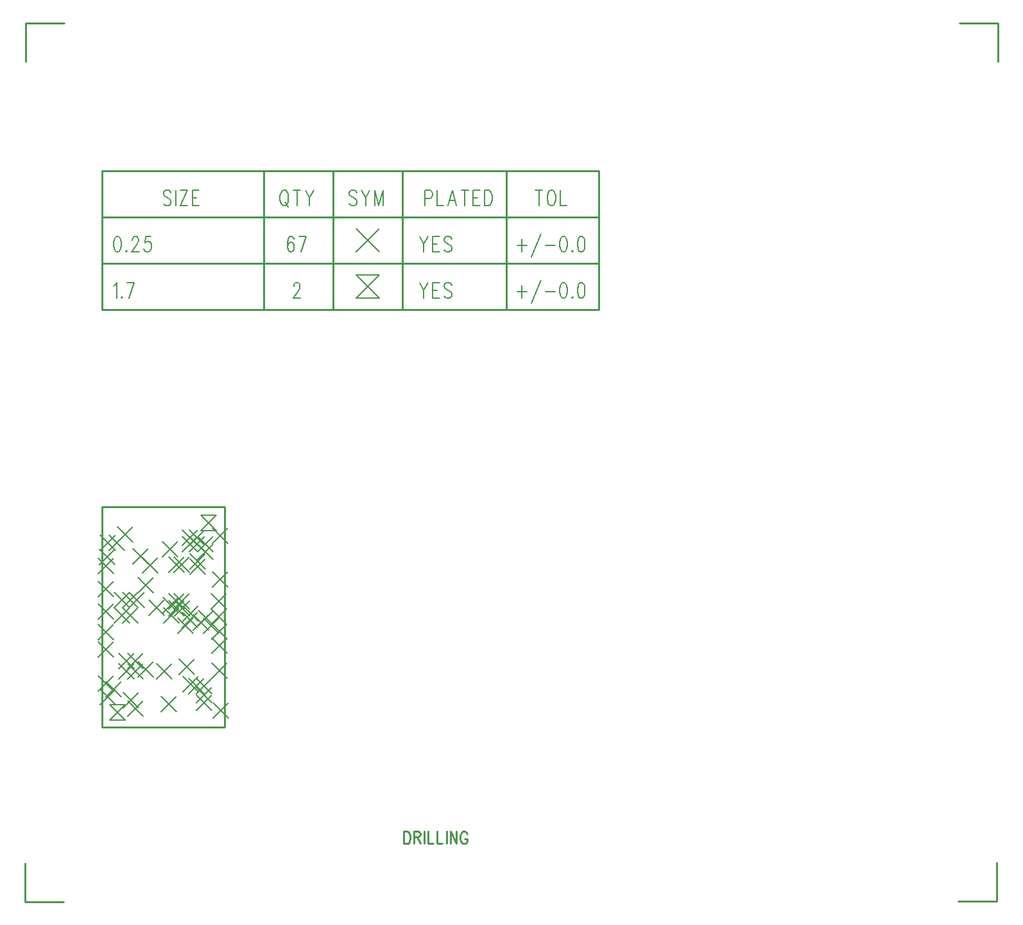
<source format=gbr>
*
*
G04 PADS 9.5 Build Number: 522968 generated Gerber (RS-274-X) file*
G04 PC Version=2.1*
*
%IN "UDA_7.pcb"*%
*
%MOIN*%
*
%FSLAX35Y35*%
*
*
*
*
G04 PC Standard Apertures*
*
*
G04 Thermal Relief Aperture macro.*
%AMTER*
1,1,$1,0,0*
1,0,$1-$2,0,0*
21,0,$3,$4,0,0,45*
21,0,$3,$4,0,0,135*
%
*
*
G04 Annular Aperture macro.*
%AMANN*
1,1,$1,0,0*
1,0,$2,0,0*
%
*
*
G04 Odd Aperture macro.*
%AMODD*
1,1,$1,0,0*
1,0,$1-0.005,0,0*
%
*
*
G04 PC Custom Aperture Macros*
*
*
*
*
*
*
G04 PC Aperture Table*
*
%ADD010C,0.001*%
%ADD011C,0.01*%
%ADD022C,0.008*%
*
*
*
*
G04 PC Circuitry*
G04 Layer Name UDA_7.pcb - circuitry*
%LPD*%
*
*
G04 PC Custom Flashes*
G04 Layer Name UDA_7.pcb - flashes*
%LPD*%
*
*
G04 PC Circuitry*
G04 Layer Name UDA_7.pcb - circuitry*
%LPD*%
*
G54D10*
G54D11*
G01X1944094Y1408688D02*
Y1402126D01*
Y1408688D02*
X1945685D01*
X1946367Y1408376*
X1946822Y1407751*
X1947049Y1407126*
X1947276Y1406188*
Y1404626*
X1947049Y1403688*
X1946822Y1403063*
X1946367Y1402438*
X1945685Y1402126*
X1944094*
X1949322Y1408688D02*
Y1402126D01*
Y1408688D02*
X1951367D01*
X1952049Y1408376*
X1952276Y1408063*
X1952504Y1407438*
Y1406813*
X1952276Y1406188*
X1952049Y1405876*
X1951367Y1405563*
X1949322*
X1950913D02*
X1952504Y1402126D01*
X1954549Y1408688D02*
Y1402126D01*
X1956594Y1408688D02*
Y1402126D01*
X1959322*
X1961367Y1408688D02*
Y1402126D01*
X1964094*
X1966140Y1408688D02*
Y1402126D01*
X1968185Y1408688D02*
Y1402126D01*
Y1408688D02*
X1971367Y1402126D01*
Y1408688D02*
Y1402126D01*
X1976822Y1407126D02*
X1976594Y1407751D01*
X1976140Y1408376*
X1975685Y1408688*
X1974776*
X1974322Y1408376*
X1973867Y1407751*
X1973640Y1407126*
X1973413Y1406188*
Y1404626*
X1973640Y1403688*
X1973867Y1403063*
X1974322Y1402438*
X1974776Y1402126*
X1975685*
X1976140Y1402438*
X1976594Y1403063*
X1976822Y1403688*
Y1404626*
X1975685D02*
X1976822D01*
X1787425Y1462776D02*
Y1576949D01*
X1850811*
Y1462776*
X1787425*
X1767520Y1828110D02*
X1747520D01*
Y1808110*
X1747441Y1391890D02*
Y1371890D01*
X1767441*
X2232087Y1372205D02*
X2252087D01*
Y1392205*
X2252559Y1808031D02*
Y1828031D01*
X2232559*
X1787425Y1751311D02*
X2045425D01*
X1787425Y1727311D02*
X2045425D01*
X1787425Y1703311D02*
X2045425D01*
X1787425Y1679311D02*
X2045425D01*
X1787425Y1751311D02*
Y1679311D01*
X1871425Y1751311D02*
Y1679311D01*
X1907425Y1751311D02*
Y1679311D01*
X1943425Y1751311D02*
Y1679311D01*
X1997425Y1751311D02*
Y1679311D01*
X2045425Y1751311D02*
Y1679311D01*
G54D22*
X1838616Y1564670D02*
X1846616D01*
X1838616Y1572670*
X1846616*
X1838616Y1564670*
X1791299Y1466453D02*
X1799299D01*
X1791299Y1474453*
X1799299*
X1791299Y1466453*
X1786181Y1474327D02*
X1794181Y1482327D01*
X1786181D02*
X1794181Y1474327D01*
X1789331Y1478264D02*
X1797331Y1486264D01*
X1789331D02*
X1797331Y1478264D01*
X1798189Y1472555D02*
X1806189Y1480555D01*
X1798189D02*
X1806189Y1472555D01*
X1800551Y1468421D02*
X1808551Y1476421D01*
X1800551D02*
X1808551Y1468421D01*
X1818071Y1470587D02*
X1826071Y1478587D01*
X1818071D02*
X1826071Y1470587D01*
X1836378Y1471177D02*
X1844378Y1479177D01*
X1836378D02*
X1844378Y1471177D01*
X1836378Y1475311D02*
X1844378Y1483311D01*
X1836378D02*
X1844378Y1475311D01*
X1836378Y1479839D02*
X1844378Y1487839D01*
X1836378D02*
X1844378Y1479839D01*
X1845039Y1467240D02*
X1853039Y1475240D01*
X1845039D02*
X1853039Y1467240D01*
X1832441Y1479839D02*
X1840441Y1487839D01*
X1832441D02*
X1840441Y1479839D01*
X1785394Y1498933D02*
X1793394Y1506933D01*
X1785394D02*
X1793394Y1498933D01*
X1785394Y1481217D02*
X1793394Y1489217D01*
X1785394D02*
X1793394Y1481217D01*
X1806063Y1488500D02*
X1814063Y1496500D01*
X1806063D02*
X1814063Y1488500D01*
X1800551Y1493028D02*
X1808551Y1501028D01*
X1800551D02*
X1808551Y1493028D01*
X1800551Y1487713D02*
X1808551Y1495713D01*
X1800551D02*
X1808551Y1487713D01*
X1795827D02*
X1803827Y1495713D01*
X1795827D02*
X1803827Y1487713D01*
X1795827Y1492831D02*
X1803827Y1500831D01*
X1795827D02*
X1803827Y1492831D01*
X1815709Y1487516D02*
X1823709Y1495516D01*
X1815709D02*
X1823709Y1487516D01*
X1829291Y1480823D02*
X1837291Y1488823D01*
X1829291D02*
X1837291Y1480823D01*
X1827323Y1489878D02*
X1835323Y1497878D01*
X1827323D02*
X1835323Y1489878D01*
X1844449Y1487909D02*
X1852449Y1495909D01*
X1844449D02*
X1852449Y1487909D01*
X1785394Y1518618D02*
X1793394Y1526618D01*
X1785394D02*
X1793394Y1518618D01*
X1785394Y1507988D02*
X1793394Y1515988D01*
X1785394D02*
X1793394Y1507988D01*
X1797795Y1516650D02*
X1805795Y1524650D01*
X1797795D02*
X1805795Y1516650D01*
X1793661D02*
X1801661Y1524650D01*
X1793661D02*
X1801661Y1516650D01*
X1819252D02*
X1827252Y1524650D01*
X1819252D02*
X1827252Y1516650D01*
X1826535Y1511335D02*
X1834535Y1519335D01*
X1826535D02*
X1834535Y1511335D01*
X1837165Y1515272D02*
X1845165Y1523272D01*
X1837165D02*
X1845165Y1515272D01*
X1834606Y1512909D02*
X1842606Y1520909D01*
X1834606D02*
X1842606Y1512909D01*
X1829094Y1514287D02*
X1837094Y1522287D01*
X1829094D02*
X1837094Y1514287D01*
X1844055Y1515862D02*
X1852055Y1523862D01*
X1844055D02*
X1852055Y1515862D01*
X1829291Y1517634D02*
X1837291Y1525634D01*
X1829291D02*
X1837291Y1517634D01*
X1844449Y1501098D02*
X1852449Y1509098D01*
X1844449D02*
X1852449Y1501098D01*
X1844449Y1508382D02*
X1852449Y1516382D01*
X1844449D02*
X1852449Y1508382D01*
X1840118Y1511138D02*
X1848118Y1519138D01*
X1840118D02*
X1848118Y1511138D01*
X1785394Y1530232D02*
X1793394Y1538232D01*
X1785394D02*
X1793394Y1530232D01*
X1801339Y1524720D02*
X1809339Y1532720D01*
X1801339D02*
X1809339Y1524720D01*
X1793661D02*
X1801661Y1532720D01*
X1793661D02*
X1801661Y1524720D01*
X1797795D02*
X1805795Y1532720D01*
X1797795D02*
X1805795Y1524720D01*
X1806063Y1532398D02*
X1814063Y1540398D01*
X1806063D02*
X1814063Y1532398D01*
X1811575Y1520587D02*
X1819575Y1528587D01*
X1811575D02*
X1819575Y1520587D01*
X1824961Y1520193D02*
X1832961Y1528193D01*
X1824961D02*
X1832961Y1520193D01*
X1822008D02*
X1830008Y1528193D01*
X1822008D02*
X1830008Y1520193D01*
X1819055Y1521965D02*
X1827055Y1529965D01*
X1819055D02*
X1827055Y1521965D01*
X1822008Y1523933D02*
X1830008Y1531933D01*
X1822008D02*
X1830008Y1523933D01*
X1824764D02*
X1832764Y1531933D01*
X1824764D02*
X1832764Y1523933D01*
X1844646Y1535350D02*
X1852646Y1543350D01*
X1844646D02*
X1852646Y1535350D01*
X1844055Y1523933D02*
X1852055Y1531933D01*
X1844055D02*
X1852055Y1523933D01*
X1785394Y1542437D02*
X1793394Y1550437D01*
X1785394D02*
X1793394Y1542437D01*
X1786181Y1554248D02*
X1794181Y1562248D01*
X1786181D02*
X1794181Y1554248D01*
X1785984Y1546965D02*
X1793984Y1554965D01*
X1785984D02*
X1793984Y1546965D01*
X1803307Y1547161D02*
X1811307Y1555161D01*
X1803307D02*
X1811307Y1547161D01*
X1795236Y1558579D02*
X1803236Y1566579D01*
X1795236D02*
X1803236Y1558579D01*
X1791102Y1554248D02*
X1799102Y1562248D01*
X1791102D02*
X1799102Y1554248D01*
X1808228Y1542634D02*
X1816228Y1550634D01*
X1808228D02*
X1816228Y1542634D01*
X1818661Y1550902D02*
X1826661Y1558902D01*
X1818661D02*
X1826661Y1550902D01*
X1822008Y1543028D02*
X1830008Y1551028D01*
X1822008D02*
X1830008Y1543028D01*
X1824764D02*
X1832764Y1551028D01*
X1824764D02*
X1832764Y1543028D01*
X1833031Y1544602D02*
X1841031Y1552602D01*
X1833031D02*
X1841031Y1544602D01*
X1844646Y1557988D02*
X1852646Y1565988D01*
X1844646D02*
X1852646Y1557988D01*
X1832638Y1557004D02*
X1840638Y1565004D01*
X1832638D02*
X1840638Y1557004D01*
X1828898D02*
X1836898Y1565004D01*
X1828898D02*
X1836898Y1557004D01*
X1828898Y1553461D02*
X1836898Y1561461D01*
X1828898D02*
X1836898Y1553461D01*
X1832638D02*
X1840638Y1561461D01*
X1832638D02*
X1840638Y1553461D01*
X1836969D02*
X1844969Y1561461D01*
X1836969D02*
X1844969Y1553461D01*
X1836969Y1549524D02*
X1844969Y1557524D01*
X1836969D02*
X1844969Y1549524D01*
X1832835Y1541846D02*
X1840835Y1549846D01*
X1832835D02*
X1840835Y1541846D01*
X1823025Y1740061D02*
X1822480Y1740811D01*
X1821662Y1741186*
X1820571*
X1819752Y1740811*
X1819207Y1740061*
Y1739311*
X1819480Y1738561*
X1819752Y1738186*
X1820298Y1737811*
X1821934Y1737061*
X1822480Y1736686*
X1822752Y1736311*
X1823025Y1735561*
Y1734436*
X1822480Y1733686*
X1821662Y1733311*
X1820571*
X1819752Y1733686*
X1819207Y1734436*
X1825480Y1741186D02*
Y1733311D01*
X1831752Y1741186D02*
X1827934Y1733311D01*
Y1741186D02*
X1831752D01*
X1827934Y1733311D02*
X1831752D01*
X1834207Y1741186D02*
Y1733311D01*
Y1741186D02*
X1837752D01*
X1834207Y1737436D02*
X1836389D01*
X1834207Y1733311D02*
X1837752D01*
X1881389Y1741186D02*
X1880843Y1740811D01*
X1880298Y1740061*
X1880025Y1739311*
X1879752Y1738186*
Y1736311*
X1880025Y1735186*
X1880298Y1734436*
X1880843Y1733686*
X1881389Y1733311*
X1882480*
X1883025Y1733686*
X1883571Y1734436*
X1883843Y1735186*
X1884116Y1736311*
Y1738186*
X1883843Y1739311*
X1883571Y1740061*
X1883025Y1740811*
X1882480Y1741186*
X1881389*
X1882207Y1734811D02*
X1883843Y1732561D01*
X1888480Y1741186D02*
Y1733311D01*
X1886571Y1741186D02*
X1890389D01*
X1892843D02*
X1895025Y1737436D01*
Y1733311*
X1897207Y1741186D02*
X1895025Y1737436D01*
X1919571Y1740061D02*
X1919025Y1740811D01*
X1918207Y1741186*
X1917116*
X1916298Y1740811*
X1915752Y1740061*
Y1739311*
X1916025Y1738561*
X1916298Y1738186*
X1916843Y1737811*
X1918480Y1737061*
X1919025Y1736686*
X1919298Y1736311*
X1919571Y1735561*
Y1734436*
X1919025Y1733686*
X1918207Y1733311*
X1917116*
X1916298Y1733686*
X1915752Y1734436*
X1922025Y1741186D02*
X1924207Y1737436D01*
Y1733311*
X1926389Y1741186D02*
X1924207Y1737436D01*
X1928843Y1741186D02*
Y1733311D01*
Y1741186D02*
X1931025Y1733311D01*
X1933207Y1741186D02*
X1931025Y1733311D01*
X1933207Y1741186D02*
Y1733311D01*
X1955025Y1741186D02*
Y1733311D01*
Y1741186D02*
X1957480D01*
X1958298Y1740811*
X1958571Y1740436*
X1958843Y1739686*
Y1738561*
X1958571Y1737811*
X1958298Y1737436*
X1957480Y1737061*
X1955025*
X1961298Y1741186D02*
Y1733311D01*
X1964571*
X1969207Y1741186D02*
X1967025Y1733311D01*
X1969207Y1741186D02*
X1971389Y1733311D01*
X1967843Y1735936D02*
X1970571D01*
X1975752Y1741186D02*
Y1733311D01*
X1973843Y1741186D02*
X1977662D01*
X1980116D02*
Y1733311D01*
Y1741186D02*
X1983662D01*
X1980116Y1737436D02*
X1982298D01*
X1980116Y1733311D02*
X1983662D01*
X1986116Y1741186D02*
Y1733311D01*
Y1741186D02*
X1988025D01*
X1988843Y1740811*
X1989389Y1740061*
X1989662Y1739311*
X1989934Y1738186*
Y1736311*
X1989662Y1735186*
X1989389Y1734436*
X1988843Y1733686*
X1988025Y1733311*
X1986116*
X2014207Y1741186D02*
Y1733311D01*
X2012298Y1741186D02*
X2016116D01*
X2020207D02*
X2019662Y1740811D01*
X2019116Y1740061*
X2018843Y1739311*
X2018571Y1738186*
Y1736311*
X2018843Y1735186*
X2019116Y1734436*
X2019662Y1733686*
X2020207Y1733311*
X2021298*
X2021843Y1733686*
X2022389Y1734436*
X2022662Y1735186*
X2022934Y1736311*
Y1738186*
X2022662Y1739311*
X2022389Y1740061*
X2021843Y1740811*
X2021298Y1741186*
X2020207*
X2025389D02*
Y1733311D01*
X2028662*
X1795062Y1717186D02*
X1794243Y1716811D01*
X1793698Y1715686*
X1793425Y1713811*
Y1712686*
X1793698Y1710811*
X1794243Y1709686*
X1795062Y1709311*
X1795607*
X1796425Y1709686*
X1796971Y1710811*
X1797243Y1712686*
Y1713811*
X1796971Y1715686*
X1796425Y1716811*
X1795607Y1717186*
X1795062*
X1799971Y1710061D02*
X1799698Y1709686D01*
X1799971Y1709311*
X1800243Y1709686*
X1799971Y1710061*
X1802971Y1715311D02*
Y1715686D01*
X1803243Y1716436*
X1803516Y1716811*
X1804062Y1717186*
X1805152*
X1805698Y1716811*
X1805971Y1716436*
X1806243Y1715686*
Y1714936*
X1805971Y1714186*
X1805425Y1713061*
X1802698Y1709311*
X1806516*
X1812516Y1717186D02*
X1809789D01*
X1809516Y1713811*
X1809789Y1714186*
X1810607Y1714561*
X1811425*
X1812243Y1714186*
X1812789Y1713436*
X1813062Y1712311*
X1812789Y1711561*
X1812516Y1710436*
X1811971Y1709686*
X1811152Y1709311*
X1810334*
X1809516Y1709686*
X1809243Y1710061*
X1808971Y1710811*
X1886843Y1716061D02*
X1886571Y1716811D01*
X1885752Y1717186*
X1885207*
X1884389Y1716811*
X1883843Y1715686*
X1883571Y1713811*
Y1711936*
X1883843Y1710436*
X1884389Y1709686*
X1885207Y1709311*
X1885480*
X1886298Y1709686*
X1886843Y1710436*
X1887116Y1711561*
Y1711936*
X1886843Y1713061*
X1886298Y1713811*
X1885480Y1714186*
X1885207*
X1884389Y1713811*
X1883843Y1713061*
X1883571Y1711936*
X1893389Y1717186D02*
X1890662Y1709311D01*
X1889571Y1717186D02*
X1893389D01*
X1919425Y1709311D02*
X1931425Y1721311D01*
X1919425D02*
X1931425Y1709311D01*
X1952162Y1717186D02*
X1954343Y1713436D01*
Y1709311*
X1956525Y1717186D02*
X1954343Y1713436D01*
X1958980Y1717186D02*
Y1709311D01*
Y1717186D02*
X1962525D01*
X1958980Y1713436D02*
X1961162D01*
X1958980Y1709311D02*
X1962525D01*
X1968798Y1716061D02*
X1968252Y1716811D01*
X1967434Y1717186*
X1966343*
X1965525Y1716811*
X1964980Y1716061*
Y1715311*
X1965252Y1714561*
X1965525Y1714186*
X1966071Y1713811*
X1967707Y1713061*
X1968252Y1712686*
X1968525Y1712311*
X1968798Y1711561*
Y1710436*
X1968252Y1709686*
X1967434Y1709311*
X1966343*
X1965525Y1709686*
X1964980Y1710436*
X2005343Y1716061D02*
Y1709311D01*
X2002889Y1712686D02*
X2007798D01*
X2015162Y1718686D02*
X2010252Y1706686D01*
X2017616Y1712686D02*
X2022525D01*
X2026616Y1717186D02*
X2025798Y1716811D01*
X2025252Y1715686*
X2024980Y1713811*
Y1712686*
X2025252Y1710811*
X2025798Y1709686*
X2026616Y1709311*
X2027162*
X2027980Y1709686*
X2028525Y1710811*
X2028798Y1712686*
Y1713811*
X2028525Y1715686*
X2027980Y1716811*
X2027162Y1717186*
X2026616*
X2031525Y1710061D02*
X2031252Y1709686D01*
X2031525Y1709311*
X2031798Y1709686*
X2031525Y1710061*
X2035889Y1717186D02*
X2035071Y1716811D01*
X2034525Y1715686*
X2034252Y1713811*
Y1712686*
X2034525Y1710811*
X2035071Y1709686*
X2035889Y1709311*
X2036434*
X2037252Y1709686*
X2037798Y1710811*
X2038071Y1712686*
Y1713811*
X2037798Y1715686*
X2037252Y1716811*
X2036434Y1717186*
X2035889*
X1793425Y1691686D02*
X1793971Y1692061D01*
X1794789Y1693186*
Y1685311*
X1797516Y1686061D02*
X1797243Y1685686D01*
X1797516Y1685311*
X1797789Y1685686*
X1797516Y1686061*
X1804062Y1693186D02*
X1801334Y1685311D01*
X1800243Y1693186D02*
X1804062D01*
X1886843Y1691311D02*
Y1691686D01*
X1887116Y1692436*
X1887389Y1692811*
X1887934Y1693186*
X1889025*
X1889571Y1692811*
X1889843Y1692436*
X1890116Y1691686*
Y1690936*
X1889843Y1690186*
X1889298Y1689061*
X1886571Y1685311*
X1890389*
X1919425D02*
X1931425D01*
X1919425Y1697311*
X1931425*
X1919425Y1685311*
X1952162Y1693186D02*
X1954343Y1689436D01*
Y1685311*
X1956525Y1693186D02*
X1954343Y1689436D01*
X1958980Y1693186D02*
Y1685311D01*
Y1693186D02*
X1962525D01*
X1958980Y1689436D02*
X1961162D01*
X1958980Y1685311D02*
X1962525D01*
X1968798Y1692061D02*
X1968252Y1692811D01*
X1967434Y1693186*
X1966343*
X1965525Y1692811*
X1964980Y1692061*
Y1691311*
X1965252Y1690561*
X1965525Y1690186*
X1966071Y1689811*
X1967707Y1689061*
X1968252Y1688686*
X1968525Y1688311*
X1968798Y1687561*
Y1686436*
X1968252Y1685686*
X1967434Y1685311*
X1966343*
X1965525Y1685686*
X1964980Y1686436*
X2005343Y1692061D02*
Y1685311D01*
X2002889Y1688686D02*
X2007798D01*
X2015162Y1694686D02*
X2010252Y1682686D01*
X2017616Y1688686D02*
X2022525D01*
X2026616Y1693186D02*
X2025798Y1692811D01*
X2025252Y1691686*
X2024980Y1689811*
Y1688686*
X2025252Y1686811*
X2025798Y1685686*
X2026616Y1685311*
X2027162*
X2027980Y1685686*
X2028525Y1686811*
X2028798Y1688686*
Y1689811*
X2028525Y1691686*
X2027980Y1692811*
X2027162Y1693186*
X2026616*
X2031525Y1686061D02*
X2031252Y1685686D01*
X2031525Y1685311*
X2031798Y1685686*
X2031525Y1686061*
X2035889Y1693186D02*
X2035071Y1692811D01*
X2034525Y1691686*
X2034252Y1689811*
Y1688686*
X2034525Y1686811*
X2035071Y1685686*
X2035889Y1685311*
X2036434*
X2037252Y1685686*
X2037798Y1686811*
X2038071Y1688686*
Y1689811*
X2037798Y1691686*
X2037252Y1692811*
X2036434Y1693186*
X2035889*
X0Y0D02*
M02*

</source>
